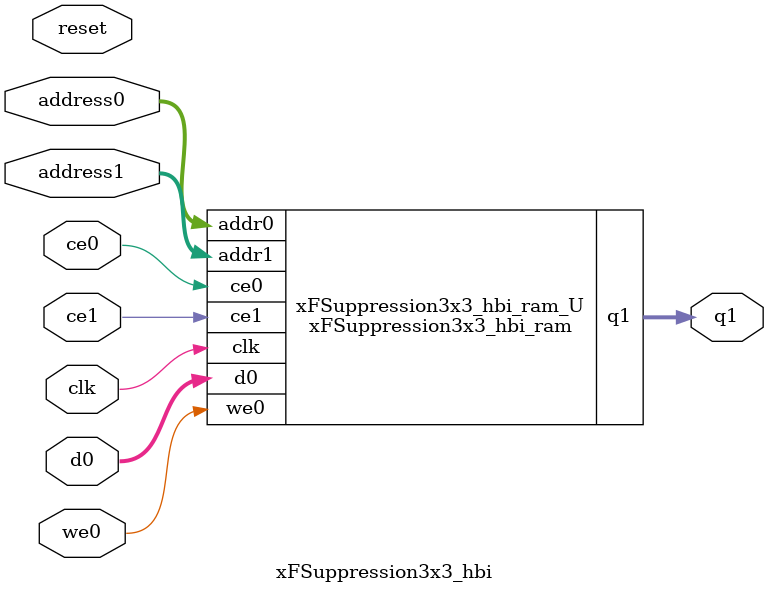
<source format=v>
`timescale 1 ns / 1 ps
module xFSuppression3x3_hbi_ram (addr0, ce0, d0, we0, addr1, ce1, q1,  clk);

parameter DWIDTH = 8;
parameter AWIDTH = 11;
parameter MEM_SIZE = 1280;

input[AWIDTH-1:0] addr0;
input ce0;
input[DWIDTH-1:0] d0;
input we0;
input[AWIDTH-1:0] addr1;
input ce1;
output reg[DWIDTH-1:0] q1;
input clk;

(* ram_style = "block" *)reg [DWIDTH-1:0] ram[0:MEM_SIZE-1];




always @(posedge clk)  
begin 
    if (ce0) 
    begin
        if (we0) 
        begin 
            ram[addr0] <= d0; 
        end 
    end
end


always @(posedge clk)  
begin 
    if (ce1) 
    begin
        q1 <= ram[addr1];
    end
end


endmodule

`timescale 1 ns / 1 ps
module xFSuppression3x3_hbi(
    reset,
    clk,
    address0,
    ce0,
    we0,
    d0,
    address1,
    ce1,
    q1);

parameter DataWidth = 32'd8;
parameter AddressRange = 32'd1280;
parameter AddressWidth = 32'd11;
input reset;
input clk;
input[AddressWidth - 1:0] address0;
input ce0;
input we0;
input[DataWidth - 1:0] d0;
input[AddressWidth - 1:0] address1;
input ce1;
output[DataWidth - 1:0] q1;



xFSuppression3x3_hbi_ram xFSuppression3x3_hbi_ram_U(
    .clk( clk ),
    .addr0( address0 ),
    .ce0( ce0 ),
    .we0( we0 ),
    .d0( d0 ),
    .addr1( address1 ),
    .ce1( ce1 ),
    .q1( q1 ));

endmodule


</source>
